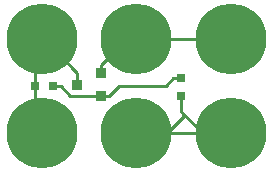
<source format=gtl>
%TF.GenerationSoftware,KiCad,Pcbnew,5.0.0-fee4fd1~66~ubuntu16.04.1*%
%TF.CreationDate,2018-09-24T22:16:13-07:00*%
%TF.ProjectId,2x3-Dark-Detector,3278332D4461726B2D4465746563746F,1.0*%
%TF.SameCoordinates,Original*%
%TF.FileFunction,Copper,L1,Top,Signal*%
%TF.FilePolarity,Positive*%
%FSLAX46Y46*%
G04 Gerber Fmt 4.6, Leading zero omitted, Abs format (unit mm)*
G04 Created by KiCad (PCBNEW 5.0.0-fee4fd1~66~ubuntu16.04.1) date Mon Sep 24 22:16:13 2018*
%MOMM*%
%LPD*%
G01*
G04 APERTURE LIST*
%ADD10C,6.000000*%
%ADD11R,0.750000X0.800000*%
%ADD12R,0.900000X0.900000*%
%ADD13R,0.800000X0.750000*%
%ADD14C,0.254000*%
%ADD15C,0.350000*%
G04 APERTURE END LIST*
D10*
X87566500Y-36639500D03*
X87566500Y-28639500D03*
X103566500Y-28639500D03*
X95566500Y-36639500D03*
X103566500Y-36639500D03*
X95566500Y-28639500D03*
D11*
X99314000Y-31952500D03*
X99314000Y-33452500D03*
D12*
X92567760Y-33450000D03*
X92567760Y-31550000D03*
X90568780Y-32500000D03*
D13*
X86995000Y-32639000D03*
X88495000Y-32639000D03*
D14*
X97140321Y-30085321D02*
X95640321Y-28585321D01*
X95640321Y-29327679D02*
X95640321Y-28585321D01*
X95566500Y-30925500D02*
X95566500Y-28639500D01*
X94774260Y-28639500D02*
X95566500Y-28639500D01*
X92567760Y-30846000D02*
X94774260Y-28639500D01*
X92567760Y-31550000D02*
X92567760Y-30846000D01*
X99809140Y-28639500D02*
X103566500Y-28639500D01*
X95566500Y-28639500D02*
X99809140Y-28639500D01*
X94897561Y-36585321D02*
X95640321Y-36585321D01*
X95640321Y-36585321D02*
X98140321Y-36585321D01*
X102140321Y-35085321D02*
X103640321Y-36585321D01*
X99314000Y-33452500D02*
X99314000Y-34759000D01*
X98086142Y-36639500D02*
X98911642Y-35814000D01*
X95566500Y-36639500D02*
X98086142Y-36639500D01*
X98911642Y-35814000D02*
X99640321Y-35085321D01*
X98140321Y-36585321D02*
X98911642Y-35814000D01*
X101194500Y-36639500D02*
X99543500Y-34988500D01*
X99543500Y-34988500D02*
X99640321Y-35085321D01*
X103566500Y-36639500D02*
X101194500Y-36639500D01*
X99314000Y-34759000D02*
X99543500Y-34988500D01*
X99809140Y-36639500D02*
X103566500Y-36639500D01*
X95566500Y-36639500D02*
X99809140Y-36639500D01*
X86995000Y-29230642D02*
X87640321Y-28585321D01*
X86995000Y-32639000D02*
X86995000Y-29230642D01*
X86995000Y-35940000D02*
X87640321Y-36585321D01*
X86995000Y-32639000D02*
X86995000Y-35940000D01*
X90568780Y-32500000D02*
X90568780Y-31513780D01*
X90568780Y-31513780D02*
X90487500Y-31432500D01*
X90487500Y-31432500D02*
X87640321Y-28585321D01*
X90556780Y-31501780D02*
X90487500Y-31432500D01*
X98125500Y-32512000D02*
X98685000Y-31952500D01*
X91863760Y-33450000D02*
X92567760Y-33450000D01*
X89960000Y-33450000D02*
X91863760Y-33450000D01*
X89149000Y-32639000D02*
X89960000Y-33450000D01*
X88495000Y-32639000D02*
X89149000Y-32639000D01*
X98031000Y-32606500D02*
X98685000Y-31952500D01*
X94115260Y-32606500D02*
X98031000Y-32606500D01*
X98685000Y-31952500D02*
X99314000Y-31952500D01*
X93271760Y-33450000D02*
X94115260Y-32606500D01*
X92567760Y-33450000D02*
X93271760Y-33450000D01*
D15*
X87566500Y-36639500D03*
X87566500Y-28639500D03*
X103566500Y-28639500D03*
X95566500Y-36639500D03*
X103566500Y-36639500D03*
X95566500Y-28639500D03*
M02*

</source>
